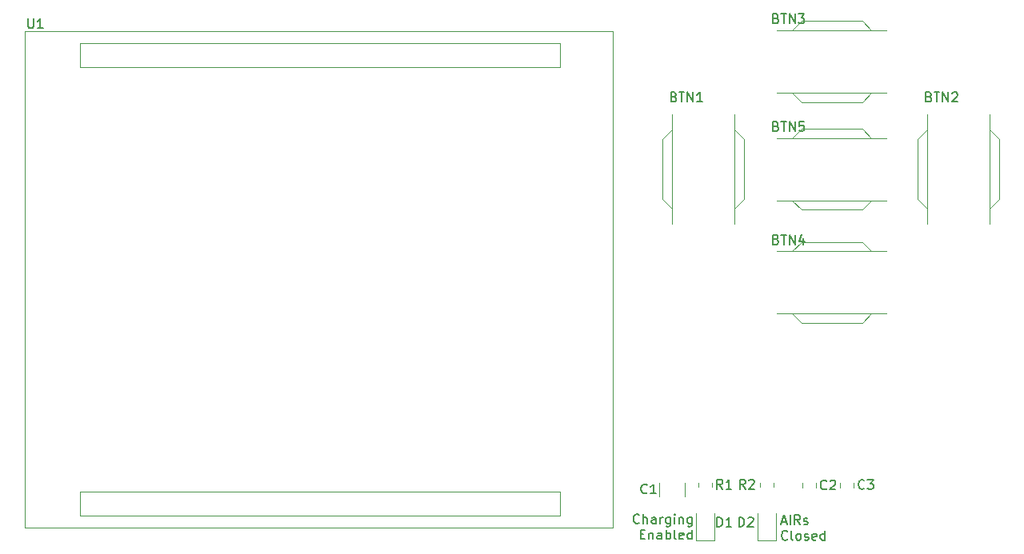
<source format=gbr>
%TF.GenerationSoftware,KiCad,Pcbnew,(5.1.10)-1*%
%TF.CreationDate,2022-03-08T20:45:29-05:00*%
%TF.ProjectId,PacMan-display,5061634d-616e-42d6-9469-73706c61792e,1.0*%
%TF.SameCoordinates,Original*%
%TF.FileFunction,Legend,Top*%
%TF.FilePolarity,Positive*%
%FSLAX46Y46*%
G04 Gerber Fmt 4.6, Leading zero omitted, Abs format (unit mm)*
G04 Created by KiCad (PCBNEW (5.1.10)-1) date 2022-03-08 20:45:29*
%MOMM*%
%LPD*%
G01*
G04 APERTURE LIST*
%ADD10C,0.150000*%
%ADD11C,0.120000*%
G04 APERTURE END LIST*
D10*
X170271976Y-123439666D02*
X170748166Y-123439666D01*
X170176738Y-123725380D02*
X170510071Y-122725380D01*
X170843404Y-123725380D01*
X171176738Y-123725380D02*
X171176738Y-122725380D01*
X172224357Y-123725380D02*
X171891023Y-123249190D01*
X171652928Y-123725380D02*
X171652928Y-122725380D01*
X172033880Y-122725380D01*
X172129119Y-122773000D01*
X172176738Y-122820619D01*
X172224357Y-122915857D01*
X172224357Y-123058714D01*
X172176738Y-123153952D01*
X172129119Y-123201571D01*
X172033880Y-123249190D01*
X171652928Y-123249190D01*
X172605309Y-123677761D02*
X172700547Y-123725380D01*
X172891023Y-123725380D01*
X172986261Y-123677761D01*
X173033880Y-123582523D01*
X173033880Y-123534904D01*
X172986261Y-123439666D01*
X172891023Y-123392047D01*
X172748166Y-123392047D01*
X172652928Y-123344428D01*
X172605309Y-123249190D01*
X172605309Y-123201571D01*
X172652928Y-123106333D01*
X172748166Y-123058714D01*
X172891023Y-123058714D01*
X172986261Y-123106333D01*
X170891023Y-125280142D02*
X170843404Y-125327761D01*
X170700547Y-125375380D01*
X170605309Y-125375380D01*
X170462452Y-125327761D01*
X170367214Y-125232523D01*
X170319595Y-125137285D01*
X170271976Y-124946809D01*
X170271976Y-124803952D01*
X170319595Y-124613476D01*
X170367214Y-124518238D01*
X170462452Y-124423000D01*
X170605309Y-124375380D01*
X170700547Y-124375380D01*
X170843404Y-124423000D01*
X170891023Y-124470619D01*
X171462452Y-125375380D02*
X171367214Y-125327761D01*
X171319595Y-125232523D01*
X171319595Y-124375380D01*
X171986261Y-125375380D02*
X171891023Y-125327761D01*
X171843404Y-125280142D01*
X171795785Y-125184904D01*
X171795785Y-124899190D01*
X171843404Y-124803952D01*
X171891023Y-124756333D01*
X171986261Y-124708714D01*
X172129119Y-124708714D01*
X172224357Y-124756333D01*
X172271976Y-124803952D01*
X172319595Y-124899190D01*
X172319595Y-125184904D01*
X172271976Y-125280142D01*
X172224357Y-125327761D01*
X172129119Y-125375380D01*
X171986261Y-125375380D01*
X172700547Y-125327761D02*
X172795785Y-125375380D01*
X172986261Y-125375380D01*
X173081500Y-125327761D01*
X173129119Y-125232523D01*
X173129119Y-125184904D01*
X173081500Y-125089666D01*
X172986261Y-125042047D01*
X172843404Y-125042047D01*
X172748166Y-124994428D01*
X172700547Y-124899190D01*
X172700547Y-124851571D01*
X172748166Y-124756333D01*
X172843404Y-124708714D01*
X172986261Y-124708714D01*
X173081500Y-124756333D01*
X173938642Y-125327761D02*
X173843404Y-125375380D01*
X173652928Y-125375380D01*
X173557690Y-125327761D01*
X173510071Y-125232523D01*
X173510071Y-124851571D01*
X173557690Y-124756333D01*
X173652928Y-124708714D01*
X173843404Y-124708714D01*
X173938642Y-124756333D01*
X173986261Y-124851571D01*
X173986261Y-124946809D01*
X173510071Y-125042047D01*
X174843404Y-125375380D02*
X174843404Y-124375380D01*
X174843404Y-125327761D02*
X174748166Y-125375380D01*
X174557690Y-125375380D01*
X174462452Y-125327761D01*
X174414833Y-125280142D01*
X174367214Y-125184904D01*
X174367214Y-124899190D01*
X174414833Y-124803952D01*
X174462452Y-124756333D01*
X174557690Y-124708714D01*
X174748166Y-124708714D01*
X174843404Y-124756333D01*
X155176976Y-123530142D02*
X155129357Y-123577761D01*
X154986500Y-123625380D01*
X154891261Y-123625380D01*
X154748404Y-123577761D01*
X154653166Y-123482523D01*
X154605547Y-123387285D01*
X154557928Y-123196809D01*
X154557928Y-123053952D01*
X154605547Y-122863476D01*
X154653166Y-122768238D01*
X154748404Y-122673000D01*
X154891261Y-122625380D01*
X154986500Y-122625380D01*
X155129357Y-122673000D01*
X155176976Y-122720619D01*
X155605547Y-123625380D02*
X155605547Y-122625380D01*
X156034119Y-123625380D02*
X156034119Y-123101571D01*
X155986500Y-123006333D01*
X155891261Y-122958714D01*
X155748404Y-122958714D01*
X155653166Y-123006333D01*
X155605547Y-123053952D01*
X156938880Y-123625380D02*
X156938880Y-123101571D01*
X156891261Y-123006333D01*
X156796023Y-122958714D01*
X156605547Y-122958714D01*
X156510309Y-123006333D01*
X156938880Y-123577761D02*
X156843642Y-123625380D01*
X156605547Y-123625380D01*
X156510309Y-123577761D01*
X156462690Y-123482523D01*
X156462690Y-123387285D01*
X156510309Y-123292047D01*
X156605547Y-123244428D01*
X156843642Y-123244428D01*
X156938880Y-123196809D01*
X157415071Y-123625380D02*
X157415071Y-122958714D01*
X157415071Y-123149190D02*
X157462690Y-123053952D01*
X157510309Y-123006333D01*
X157605547Y-122958714D01*
X157700785Y-122958714D01*
X158462690Y-122958714D02*
X158462690Y-123768238D01*
X158415071Y-123863476D01*
X158367452Y-123911095D01*
X158272214Y-123958714D01*
X158129357Y-123958714D01*
X158034119Y-123911095D01*
X158462690Y-123577761D02*
X158367452Y-123625380D01*
X158176976Y-123625380D01*
X158081738Y-123577761D01*
X158034119Y-123530142D01*
X157986500Y-123434904D01*
X157986500Y-123149190D01*
X158034119Y-123053952D01*
X158081738Y-123006333D01*
X158176976Y-122958714D01*
X158367452Y-122958714D01*
X158462690Y-123006333D01*
X158938880Y-123625380D02*
X158938880Y-122958714D01*
X158938880Y-122625380D02*
X158891261Y-122673000D01*
X158938880Y-122720619D01*
X158986500Y-122673000D01*
X158938880Y-122625380D01*
X158938880Y-122720619D01*
X159415071Y-122958714D02*
X159415071Y-123625380D01*
X159415071Y-123053952D02*
X159462690Y-123006333D01*
X159557928Y-122958714D01*
X159700785Y-122958714D01*
X159796023Y-123006333D01*
X159843642Y-123101571D01*
X159843642Y-123625380D01*
X160748404Y-122958714D02*
X160748404Y-123768238D01*
X160700785Y-123863476D01*
X160653166Y-123911095D01*
X160557928Y-123958714D01*
X160415071Y-123958714D01*
X160319833Y-123911095D01*
X160748404Y-123577761D02*
X160653166Y-123625380D01*
X160462690Y-123625380D01*
X160367452Y-123577761D01*
X160319833Y-123530142D01*
X160272214Y-123434904D01*
X160272214Y-123149190D01*
X160319833Y-123053952D01*
X160367452Y-123006333D01*
X160462690Y-122958714D01*
X160653166Y-122958714D01*
X160748404Y-123006333D01*
X155319833Y-124751571D02*
X155653166Y-124751571D01*
X155796023Y-125275380D02*
X155319833Y-125275380D01*
X155319833Y-124275380D01*
X155796023Y-124275380D01*
X156224595Y-124608714D02*
X156224595Y-125275380D01*
X156224595Y-124703952D02*
X156272214Y-124656333D01*
X156367452Y-124608714D01*
X156510309Y-124608714D01*
X156605547Y-124656333D01*
X156653166Y-124751571D01*
X156653166Y-125275380D01*
X157557928Y-125275380D02*
X157557928Y-124751571D01*
X157510309Y-124656333D01*
X157415071Y-124608714D01*
X157224595Y-124608714D01*
X157129357Y-124656333D01*
X157557928Y-125227761D02*
X157462690Y-125275380D01*
X157224595Y-125275380D01*
X157129357Y-125227761D01*
X157081738Y-125132523D01*
X157081738Y-125037285D01*
X157129357Y-124942047D01*
X157224595Y-124894428D01*
X157462690Y-124894428D01*
X157557928Y-124846809D01*
X158034119Y-125275380D02*
X158034119Y-124275380D01*
X158034119Y-124656333D02*
X158129357Y-124608714D01*
X158319833Y-124608714D01*
X158415071Y-124656333D01*
X158462690Y-124703952D01*
X158510309Y-124799190D01*
X158510309Y-125084904D01*
X158462690Y-125180142D01*
X158415071Y-125227761D01*
X158319833Y-125275380D01*
X158129357Y-125275380D01*
X158034119Y-125227761D01*
X159081738Y-125275380D02*
X158986500Y-125227761D01*
X158938880Y-125132523D01*
X158938880Y-124275380D01*
X159843642Y-125227761D02*
X159748404Y-125275380D01*
X159557928Y-125275380D01*
X159462690Y-125227761D01*
X159415071Y-125132523D01*
X159415071Y-124751571D01*
X159462690Y-124656333D01*
X159557928Y-124608714D01*
X159748404Y-124608714D01*
X159843642Y-124656333D01*
X159891261Y-124751571D01*
X159891261Y-124846809D01*
X159415071Y-124942047D01*
X160748404Y-125275380D02*
X160748404Y-124275380D01*
X160748404Y-125227761D02*
X160653166Y-125275380D01*
X160462690Y-125275380D01*
X160367452Y-125227761D01*
X160319833Y-125180142D01*
X160272214Y-125084904D01*
X160272214Y-124799190D01*
X160319833Y-124703952D01*
X160367452Y-124656333D01*
X160462690Y-124608714D01*
X160653166Y-124608714D01*
X160748404Y-124656333D01*
D11*
%TO.C,R2*%
X167949000Y-119270936D02*
X167949000Y-119725064D01*
X169419000Y-119270936D02*
X169419000Y-119725064D01*
%TO.C,D2*%
X169644000Y-125383000D02*
X169644000Y-122523000D01*
X167724000Y-125383000D02*
X169644000Y-125383000D01*
X167724000Y-122523000D02*
X167724000Y-125383000D01*
%TO.C,D1*%
X163144000Y-125383000D02*
X163144000Y-122523000D01*
X161224000Y-125383000D02*
X163144000Y-125383000D01*
X161224000Y-122523000D02*
X161224000Y-125383000D01*
%TO.C,C3*%
X176449000Y-119274248D02*
X176449000Y-119796752D01*
X177919000Y-119274248D02*
X177919000Y-119796752D01*
%TO.C,U1*%
X146826000Y-122806000D02*
X146826000Y-120266000D01*
X96026000Y-122806000D02*
X146826000Y-122806000D01*
X96026000Y-120266000D02*
X96026000Y-122806000D01*
X146826000Y-120266000D02*
X96026000Y-120266000D01*
X146826000Y-72768000D02*
X96026000Y-72768000D01*
X146826000Y-75308000D02*
X146826000Y-72768000D01*
X96026000Y-75308000D02*
X146826000Y-75308000D01*
X96026000Y-72768000D02*
X96026000Y-75308000D01*
X90184000Y-71498000D02*
X90184000Y-124076000D01*
X90184000Y-124076000D02*
X152414000Y-124076000D01*
X152414000Y-71498000D02*
X152414000Y-124076000D01*
X90184000Y-71498000D02*
X152414000Y-71498000D01*
%TO.C,R1*%
X161449000Y-119270936D02*
X161449000Y-119725064D01*
X162919000Y-119270936D02*
X162919000Y-119725064D01*
%TO.C,C2*%
X172449000Y-119274248D02*
X172449000Y-119796752D01*
X173919000Y-119274248D02*
X173919000Y-119796752D01*
%TO.C,C1*%
X157324000Y-119349248D02*
X157324000Y-120771752D01*
X160044000Y-119349248D02*
X160044000Y-120771752D01*
%TO.C,BTN5*%
X172384000Y-90398000D02*
X178784000Y-90398000D01*
X179784000Y-89398000D02*
X178784000Y-90398000D01*
X171384000Y-89398000D02*
X172384000Y-90398000D01*
X172384000Y-81798000D02*
X178784000Y-81798000D01*
X171384000Y-82798000D02*
X172384000Y-81798000D01*
X179784000Y-82798000D02*
X178784000Y-81798000D01*
X169784000Y-89398000D02*
X181384000Y-89398000D01*
X169784000Y-82798000D02*
X181384000Y-82798000D01*
%TO.C,BTN4*%
X172384000Y-102398000D02*
X178784000Y-102398000D01*
X179784000Y-101398000D02*
X178784000Y-102398000D01*
X171384000Y-101398000D02*
X172384000Y-102398000D01*
X172384000Y-93798000D02*
X178784000Y-93798000D01*
X171384000Y-94798000D02*
X172384000Y-93798000D01*
X179784000Y-94798000D02*
X178784000Y-93798000D01*
X169784000Y-101398000D02*
X181384000Y-101398000D01*
X169784000Y-94798000D02*
X181384000Y-94798000D01*
%TO.C,BTN3*%
X172384000Y-78998000D02*
X178784000Y-78998000D01*
X179784000Y-77998000D02*
X178784000Y-78998000D01*
X171384000Y-77998000D02*
X172384000Y-78998000D01*
X172384000Y-70398000D02*
X178784000Y-70398000D01*
X171384000Y-71398000D02*
X172384000Y-70398000D01*
X179784000Y-71398000D02*
X178784000Y-70398000D01*
X169784000Y-77998000D02*
X181384000Y-77998000D01*
X169784000Y-71398000D02*
X181384000Y-71398000D01*
%TO.C,BTN2*%
X184684000Y-82898000D02*
X184684000Y-89298000D01*
X185684000Y-90298000D02*
X184684000Y-89298000D01*
X185684000Y-81898000D02*
X184684000Y-82898000D01*
X193284000Y-82898000D02*
X193284000Y-89298000D01*
X192284000Y-81898000D02*
X193284000Y-82898000D01*
X192284000Y-90298000D02*
X193284000Y-89298000D01*
X185684000Y-80298000D02*
X185684000Y-91898000D01*
X192284000Y-80298000D02*
X192284000Y-91898000D01*
%TO.C,BTN1*%
X157684000Y-82898000D02*
X157684000Y-89298000D01*
X158684000Y-90298000D02*
X157684000Y-89298000D01*
X158684000Y-81898000D02*
X157684000Y-82898000D01*
X166284000Y-82898000D02*
X166284000Y-89298000D01*
X165284000Y-81898000D02*
X166284000Y-82898000D01*
X165284000Y-90298000D02*
X166284000Y-89298000D01*
X158684000Y-80298000D02*
X158684000Y-91898000D01*
X165284000Y-80298000D02*
X165284000Y-91898000D01*
%TO.C,R2*%
D10*
X166417333Y-119950380D02*
X166084000Y-119474190D01*
X165845904Y-119950380D02*
X165845904Y-118950380D01*
X166226857Y-118950380D01*
X166322095Y-118998000D01*
X166369714Y-119045619D01*
X166417333Y-119140857D01*
X166417333Y-119283714D01*
X166369714Y-119378952D01*
X166322095Y-119426571D01*
X166226857Y-119474190D01*
X165845904Y-119474190D01*
X166798285Y-119045619D02*
X166845904Y-118998000D01*
X166941142Y-118950380D01*
X167179238Y-118950380D01*
X167274476Y-118998000D01*
X167322095Y-119045619D01*
X167369714Y-119140857D01*
X167369714Y-119236095D01*
X167322095Y-119378952D01*
X166750666Y-119950380D01*
X167369714Y-119950380D01*
%TO.C,D2*%
X165745904Y-123950380D02*
X165745904Y-122950380D01*
X165984000Y-122950380D01*
X166126857Y-122998000D01*
X166222095Y-123093238D01*
X166269714Y-123188476D01*
X166317333Y-123378952D01*
X166317333Y-123521809D01*
X166269714Y-123712285D01*
X166222095Y-123807523D01*
X166126857Y-123902761D01*
X165984000Y-123950380D01*
X165745904Y-123950380D01*
X166698285Y-123045619D02*
X166745904Y-122998000D01*
X166841142Y-122950380D01*
X167079238Y-122950380D01*
X167174476Y-122998000D01*
X167222095Y-123045619D01*
X167269714Y-123140857D01*
X167269714Y-123236095D01*
X167222095Y-123378952D01*
X166650666Y-123950380D01*
X167269714Y-123950380D01*
%TO.C,D1*%
X163445904Y-123950380D02*
X163445904Y-122950380D01*
X163684000Y-122950380D01*
X163826857Y-122998000D01*
X163922095Y-123093238D01*
X163969714Y-123188476D01*
X164017333Y-123378952D01*
X164017333Y-123521809D01*
X163969714Y-123712285D01*
X163922095Y-123807523D01*
X163826857Y-123902761D01*
X163684000Y-123950380D01*
X163445904Y-123950380D01*
X164969714Y-123950380D02*
X164398285Y-123950380D01*
X164684000Y-123950380D02*
X164684000Y-122950380D01*
X164588761Y-123093238D01*
X164493523Y-123188476D01*
X164398285Y-123236095D01*
%TO.C,C3*%
X179017333Y-119892642D02*
X178969714Y-119940261D01*
X178826857Y-119987880D01*
X178731619Y-119987880D01*
X178588761Y-119940261D01*
X178493523Y-119845023D01*
X178445904Y-119749785D01*
X178398285Y-119559309D01*
X178398285Y-119416452D01*
X178445904Y-119225976D01*
X178493523Y-119130738D01*
X178588761Y-119035500D01*
X178731619Y-118987880D01*
X178826857Y-118987880D01*
X178969714Y-119035500D01*
X179017333Y-119083119D01*
X179350666Y-118987880D02*
X179969714Y-118987880D01*
X179636380Y-119368833D01*
X179779238Y-119368833D01*
X179874476Y-119416452D01*
X179922095Y-119464071D01*
X179969714Y-119559309D01*
X179969714Y-119797404D01*
X179922095Y-119892642D01*
X179874476Y-119940261D01*
X179779238Y-119987880D01*
X179493523Y-119987880D01*
X179398285Y-119940261D01*
X179350666Y-119892642D01*
%TO.C,U1*%
X90522095Y-70150380D02*
X90522095Y-70959904D01*
X90569714Y-71055142D01*
X90617333Y-71102761D01*
X90712571Y-71150380D01*
X90903047Y-71150380D01*
X90998285Y-71102761D01*
X91045904Y-71055142D01*
X91093523Y-70959904D01*
X91093523Y-70150380D01*
X92093523Y-71150380D02*
X91522095Y-71150380D01*
X91807809Y-71150380D02*
X91807809Y-70150380D01*
X91712571Y-70293238D01*
X91617333Y-70388476D01*
X91522095Y-70436095D01*
%TO.C,R1*%
X164017333Y-119950380D02*
X163684000Y-119474190D01*
X163445904Y-119950380D02*
X163445904Y-118950380D01*
X163826857Y-118950380D01*
X163922095Y-118998000D01*
X163969714Y-119045619D01*
X164017333Y-119140857D01*
X164017333Y-119283714D01*
X163969714Y-119378952D01*
X163922095Y-119426571D01*
X163826857Y-119474190D01*
X163445904Y-119474190D01*
X164969714Y-119950380D02*
X164398285Y-119950380D01*
X164684000Y-119950380D02*
X164684000Y-118950380D01*
X164588761Y-119093238D01*
X164493523Y-119188476D01*
X164398285Y-119236095D01*
%TO.C,C2*%
X175017333Y-119930142D02*
X174969714Y-119977761D01*
X174826857Y-120025380D01*
X174731619Y-120025380D01*
X174588761Y-119977761D01*
X174493523Y-119882523D01*
X174445904Y-119787285D01*
X174398285Y-119596809D01*
X174398285Y-119453952D01*
X174445904Y-119263476D01*
X174493523Y-119168238D01*
X174588761Y-119073000D01*
X174731619Y-119025380D01*
X174826857Y-119025380D01*
X174969714Y-119073000D01*
X175017333Y-119120619D01*
X175398285Y-119120619D02*
X175445904Y-119073000D01*
X175541142Y-119025380D01*
X175779238Y-119025380D01*
X175874476Y-119073000D01*
X175922095Y-119120619D01*
X175969714Y-119215857D01*
X175969714Y-119311095D01*
X175922095Y-119453952D01*
X175350666Y-120025380D01*
X175969714Y-120025380D01*
%TO.C,C1*%
X156017333Y-120355142D02*
X155969714Y-120402761D01*
X155826857Y-120450380D01*
X155731619Y-120450380D01*
X155588761Y-120402761D01*
X155493523Y-120307523D01*
X155445904Y-120212285D01*
X155398285Y-120021809D01*
X155398285Y-119878952D01*
X155445904Y-119688476D01*
X155493523Y-119593238D01*
X155588761Y-119498000D01*
X155731619Y-119450380D01*
X155826857Y-119450380D01*
X155969714Y-119498000D01*
X156017333Y-119545619D01*
X156969714Y-120450380D02*
X156398285Y-120450380D01*
X156684000Y-120450380D02*
X156684000Y-119450380D01*
X156588761Y-119593238D01*
X156493523Y-119688476D01*
X156398285Y-119736095D01*
%TO.C,BTN5*%
X169674476Y-81526571D02*
X169817333Y-81574190D01*
X169864952Y-81621809D01*
X169912571Y-81717047D01*
X169912571Y-81859904D01*
X169864952Y-81955142D01*
X169817333Y-82002761D01*
X169722095Y-82050380D01*
X169341142Y-82050380D01*
X169341142Y-81050380D01*
X169674476Y-81050380D01*
X169769714Y-81098000D01*
X169817333Y-81145619D01*
X169864952Y-81240857D01*
X169864952Y-81336095D01*
X169817333Y-81431333D01*
X169769714Y-81478952D01*
X169674476Y-81526571D01*
X169341142Y-81526571D01*
X170198285Y-81050380D02*
X170769714Y-81050380D01*
X170484000Y-82050380D02*
X170484000Y-81050380D01*
X171103047Y-82050380D02*
X171103047Y-81050380D01*
X171674476Y-82050380D01*
X171674476Y-81050380D01*
X172626857Y-81050380D02*
X172150666Y-81050380D01*
X172103047Y-81526571D01*
X172150666Y-81478952D01*
X172245904Y-81431333D01*
X172484000Y-81431333D01*
X172579238Y-81478952D01*
X172626857Y-81526571D01*
X172674476Y-81621809D01*
X172674476Y-81859904D01*
X172626857Y-81955142D01*
X172579238Y-82002761D01*
X172484000Y-82050380D01*
X172245904Y-82050380D01*
X172150666Y-82002761D01*
X172103047Y-81955142D01*
%TO.C,BTN4*%
X169674476Y-93526571D02*
X169817333Y-93574190D01*
X169864952Y-93621809D01*
X169912571Y-93717047D01*
X169912571Y-93859904D01*
X169864952Y-93955142D01*
X169817333Y-94002761D01*
X169722095Y-94050380D01*
X169341142Y-94050380D01*
X169341142Y-93050380D01*
X169674476Y-93050380D01*
X169769714Y-93098000D01*
X169817333Y-93145619D01*
X169864952Y-93240857D01*
X169864952Y-93336095D01*
X169817333Y-93431333D01*
X169769714Y-93478952D01*
X169674476Y-93526571D01*
X169341142Y-93526571D01*
X170198285Y-93050380D02*
X170769714Y-93050380D01*
X170484000Y-94050380D02*
X170484000Y-93050380D01*
X171103047Y-94050380D02*
X171103047Y-93050380D01*
X171674476Y-94050380D01*
X171674476Y-93050380D01*
X172579238Y-93383714D02*
X172579238Y-94050380D01*
X172341142Y-93002761D02*
X172103047Y-93717047D01*
X172722095Y-93717047D01*
%TO.C,BTN3*%
X169674476Y-70126571D02*
X169817333Y-70174190D01*
X169864952Y-70221809D01*
X169912571Y-70317047D01*
X169912571Y-70459904D01*
X169864952Y-70555142D01*
X169817333Y-70602761D01*
X169722095Y-70650380D01*
X169341142Y-70650380D01*
X169341142Y-69650380D01*
X169674476Y-69650380D01*
X169769714Y-69698000D01*
X169817333Y-69745619D01*
X169864952Y-69840857D01*
X169864952Y-69936095D01*
X169817333Y-70031333D01*
X169769714Y-70078952D01*
X169674476Y-70126571D01*
X169341142Y-70126571D01*
X170198285Y-69650380D02*
X170769714Y-69650380D01*
X170484000Y-70650380D02*
X170484000Y-69650380D01*
X171103047Y-70650380D02*
X171103047Y-69650380D01*
X171674476Y-70650380D01*
X171674476Y-69650380D01*
X172055428Y-69650380D02*
X172674476Y-69650380D01*
X172341142Y-70031333D01*
X172484000Y-70031333D01*
X172579238Y-70078952D01*
X172626857Y-70126571D01*
X172674476Y-70221809D01*
X172674476Y-70459904D01*
X172626857Y-70555142D01*
X172579238Y-70602761D01*
X172484000Y-70650380D01*
X172198285Y-70650380D01*
X172103047Y-70602761D01*
X172055428Y-70555142D01*
%TO.C,BTN2*%
X185874476Y-78426571D02*
X186017333Y-78474190D01*
X186064952Y-78521809D01*
X186112571Y-78617047D01*
X186112571Y-78759904D01*
X186064952Y-78855142D01*
X186017333Y-78902761D01*
X185922095Y-78950380D01*
X185541142Y-78950380D01*
X185541142Y-77950380D01*
X185874476Y-77950380D01*
X185969714Y-77998000D01*
X186017333Y-78045619D01*
X186064952Y-78140857D01*
X186064952Y-78236095D01*
X186017333Y-78331333D01*
X185969714Y-78378952D01*
X185874476Y-78426571D01*
X185541142Y-78426571D01*
X186398285Y-77950380D02*
X186969714Y-77950380D01*
X186684000Y-78950380D02*
X186684000Y-77950380D01*
X187303047Y-78950380D02*
X187303047Y-77950380D01*
X187874476Y-78950380D01*
X187874476Y-77950380D01*
X188303047Y-78045619D02*
X188350666Y-77998000D01*
X188445904Y-77950380D01*
X188684000Y-77950380D01*
X188779238Y-77998000D01*
X188826857Y-78045619D01*
X188874476Y-78140857D01*
X188874476Y-78236095D01*
X188826857Y-78378952D01*
X188255428Y-78950380D01*
X188874476Y-78950380D01*
%TO.C,BTN1*%
X158874476Y-78426571D02*
X159017333Y-78474190D01*
X159064952Y-78521809D01*
X159112571Y-78617047D01*
X159112571Y-78759904D01*
X159064952Y-78855142D01*
X159017333Y-78902761D01*
X158922095Y-78950380D01*
X158541142Y-78950380D01*
X158541142Y-77950380D01*
X158874476Y-77950380D01*
X158969714Y-77998000D01*
X159017333Y-78045619D01*
X159064952Y-78140857D01*
X159064952Y-78236095D01*
X159017333Y-78331333D01*
X158969714Y-78378952D01*
X158874476Y-78426571D01*
X158541142Y-78426571D01*
X159398285Y-77950380D02*
X159969714Y-77950380D01*
X159684000Y-78950380D02*
X159684000Y-77950380D01*
X160303047Y-78950380D02*
X160303047Y-77950380D01*
X160874476Y-78950380D01*
X160874476Y-77950380D01*
X161874476Y-78950380D02*
X161303047Y-78950380D01*
X161588761Y-78950380D02*
X161588761Y-77950380D01*
X161493523Y-78093238D01*
X161398285Y-78188476D01*
X161303047Y-78236095D01*
%TD*%
M02*

</source>
